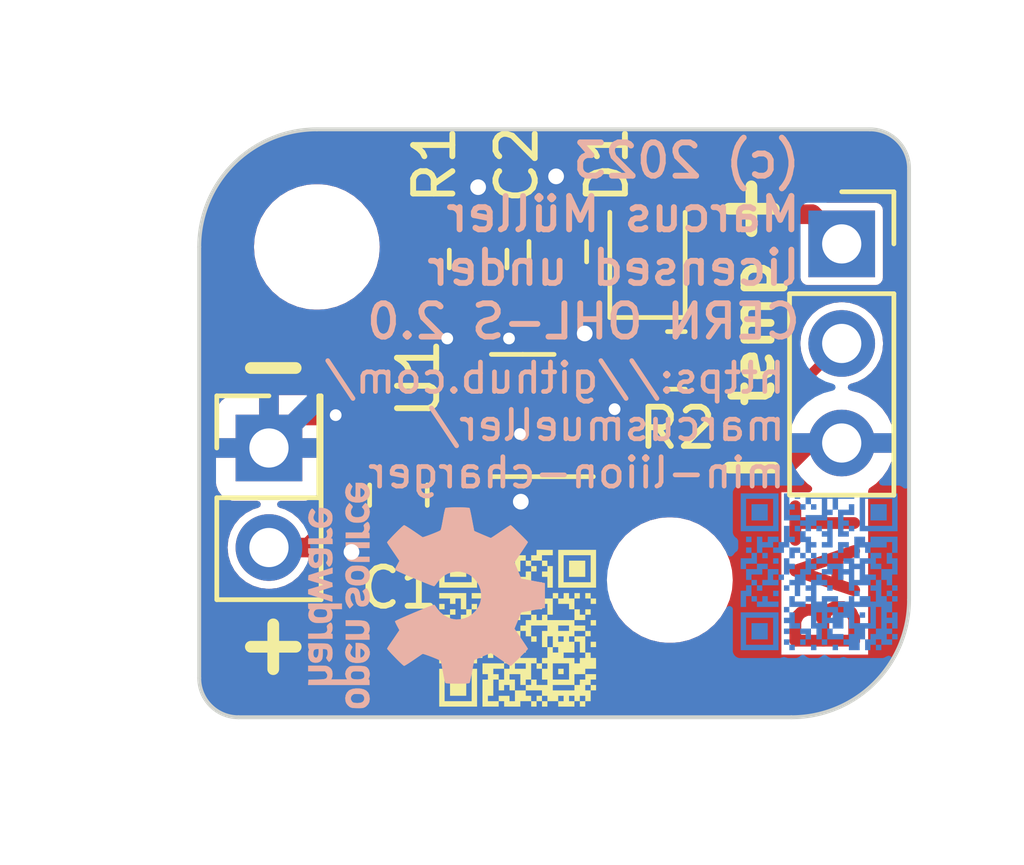
<source format=kicad_pcb>
(kicad_pcb (version 20221018) (generator pcbnew)
  (layers (0 "F.Cu" signal) (31 "B.Cu" signal) (34 "B.Paste" user) (35 "F.Paste" user) (36 "B.SilkS" user "B.Silkscreen") (37 "F.SilkS" user "F.Silkscreen") (38 "B.Mask" user) (39 "F.Mask" user) (44 "Edge.Cuts" user))
  (net 0 "")
  (net 1 "VCC")
  (net 2 "GND")
  (net 3 "Net-(D1-K)")
  (net 4 "/Temp_sensor")
  (net 5 "Net-(U1-Iset)")
  (net 6 "Net-(U1-~{Chg})")
  (net 7 "/Bat+")
  (footprint "Capacitor_SMD:C_0805_2012Metric" (layer "F.Cu") (at 132.08 88.834 -90)
    (fp_text reference "C1" (at 2.366 -0.02 -180) (layer "F.SilkS"))
    (fp_text value "1uF")
    (pad "1" smd roundrect (at -0.95 0 270) (size 1 1.45) (layers "F.Cu" "F.Paste" "F.Mask") (net 1 "VCC"))
    (pad "2" smd roundrect (at 0.95 0 270) (size 1 1.45) (layers "F.Cu" "F.Paste" "F.Mask") (net 2 "GND"))
  )
  (footprint "Capacitor_SMD:C_0805_2012Metric" (layer "F.Cu") (at 136.144 82.621 90)
    (fp_text reference "C2" (at 2.221 -1.044 90) (layer "F.SilkS"))
    (fp_text value "1uF")
    (pad "1" smd roundrect (at -0.95 0 90) (size 1 1.45) (layers "F.Cu" "F.Paste" "F.Mask") (net 7 "/Bat+"))
    (pad "2" smd roundrect (at 0.95 0 90) (size 1 1.45) (layers "F.Cu" "F.Paste" "F.Mask") (net 2 "GND"))
  )
  (footprint "LED_SMD:LED_0805_2012Metric" (layer "F.Cu") (at 138.43 82.616 90)
    (fp_text reference "D1" (at 2.216 -1.03 270) (layer "F.SilkS"))
    (fp_text value "LED")
    (pad "1" smd roundrect (at -0.9375 0 90) (size 0.975 1.4) (layers "F.Cu" "F.Paste" "F.Mask") (net 3 "Net-(D1-K)"))
    (pad "2" smd roundrect (at 0.9375 0 90) (size 0.975 1.4) (layers "F.Cu" "F.Paste" "F.Mask") (net 7 "/Bat+"))
  )
  (footprint "Connector_PinSocket_2.54mm:PinSocket_1x03_P2.54mm_Vertical" (layer "F.Cu") (at 143.383 82.423)
    (fp_text reference "J2" hide)
    (fp_text value "Conn_01x03")
    (pad "1" thru_hole rect (at 0 0) (size 1.7 1.7) (drill 1) (layers "*.Cu" "*.Mask") (net 7 "/Bat+"))
    (pad "2" thru_hole oval (at 0 2.54) (size 1.7 1.7) (drill 1) (layers "*.Cu" "*.Mask") (net 4 "/Temp_sensor"))
    (pad "3" thru_hole oval (at 0 5.08) (size 1.7 1.7) (drill 1) (layers "*.Cu" "*.Mask") (net 2 "GND"))
  )
  (footprint "MountingHole:MountingHole_2.7mm_M2.5" (layer "F.Cu") (at 130 82.5)
    (fp_text reference "H2" hide)
    (fp_text value "MountingHole")
    (pad "" np_thru_hole circle (at 0 0) (size 2.7 2.7) (drill 2.7) (layers "*.Cu" "*.Mask"))
  )
  (footprint "MountingHole:MountingHole_2.7mm_M2.5" (layer "F.Cu") (at 139 91)
    (fp_text reference "H1" hide)
    (fp_text value "MountingHole")
    (pad "" np_thru_hole circle (at 0 0) (size 2.7 2.7) (drill 2.7) (layers "*.Cu" "*.Mask"))
  )
  (footprint "Resistor_SMD:R_0805_2012Metric" (layer "F.Cu") (at 139.1666 85.3948)
    (fp_text reference "R2" (at 0.0254 1.7272 180) (layer "F.SilkS"))
    (fp_text value "1.5k")
    (pad "1" smd roundrect (at -0.9125 0) (size 1.025 1.4) (layers "F.Cu" "F.Paste" "F.Mask") (roundrect_rratio 0.243902439) (net 6 "Net-(U1-~{Chg})"))
    (pad "2" smd roundrect (at 0.9125 0) (size 1.025 1.4) (layers "F.Cu" "F.Paste" "F.Mask") (roundrect_rratio 0.243902439) (net 3 "Net-(D1-K)"))
  )
  (footprint "Resistor_SMD:R_0805_2012Metric" (layer "F.Cu") (at 134.112 82.809 -90)
    (fp_text reference "R1" (at -2.409 1.112 -90) (layer "F.SilkS"))
    (fp_text value "1k")
    (pad "1" smd roundrect (at -0.9125 0 270) (size 1.025 1.4) (layers "F.Cu" "F.Paste" "F.Mask") (roundrect_rratio 0.243902439) (net 2 "GND"))
    (pad "2" smd roundrect (at 0.9125 0 270) (size 1.025 1.4) (layers "F.Cu" "F.Paste" "F.Mask") (roundrect_rratio 0.243902439) (net 5 "Net-(U1-Iset)"))
  )
  (footprint "QR:QR code" (layer "F.Cu") (at 133.13046 90.221624)
    (fp_text reference "qrcode1" hide)
    (fp_text value "SYM_Arrow_Small")
  )
  (footprint "Connector_PinSocket_2.54mm:PinSocket_2x01_P2.54mm_Vertical" (layer "F.Cu") (at 128.778 87.63 90)
    (fp_text reference "J1" hide)
    (fp_text value "Conn_01x02")
    (pad "1" thru_hole rect (at 0 0 90) (size 1.7 1.7) (drill 1) (layers "*.Cu" "*.Mask") (net 2 "GND"))
    (pad "2" thru_hole oval (at -2.54 0 90) (size 1.7 1.7) (drill 1) (layers "*.Cu" "*.Mask") (net 1 "VCC"))
  )
  (footprint "QR:qr-copper" (layer "F.Cu") (at 133.13046 90.221624)
    (fp_text reference "qrcode-copper-top1" hide)
    (fp_text value "SYM_Arrow_Small")
    (fp_poly (pts (xy 0.127 1.524) (xy -0.010919 1.524) (xy -0.010919 1.386081) (xy 0.127 1.386081)) (fill solid) (layer "F.Cu"))
    (fp_poly (pts (xy 0.402839 1.66192) (xy 0.26492 1.66192) (xy 0.26492 1.524) (xy 0.402839 1.524)) (fill solid) (layer "F.Cu"))
    (fp_poly (pts (xy 0.402839 1.937759) (xy 0.26492 1.937759) (xy 0.26492 1.799839) (xy 0.402839 1.799839)) (fill solid) (layer "F.Cu"))
    (fp_poly (pts (xy 0.678745 0.696416) (xy 0.26492 0.696416) (xy 0.26492 0.282591) (xy 0.678745 0.282591)) (fill solid) (layer "F.Cu"))
    (fp_poly (pts (xy 0.954584 2.075678) (xy 0.816665 2.075678) (xy 0.816665 1.937759) (xy 0.954584 1.937759)) (fill solid) (layer "F.Cu"))
    (fp_poly (pts (xy 0.954584 2.903262) (xy 0.816665 2.903262) (xy 0.816665 2.765342) (xy 0.954584 2.765342)) (fill solid) (layer "F.Cu"))
    (fp_poly (pts (xy 1.230423 0.282591) (xy 1.092504 0.282591) (xy 1.092504 0.144671) (xy 1.230423 0.144671)) (fill solid) (layer "F.Cu"))
    (fp_poly (pts (xy 1.644249 0.696416) (xy 1.506329 0.696416) (xy 1.506329 0.55843) (xy 1.644249 0.55843)) (fill solid) (layer "F.Cu"))
    (fp_poly (pts (xy 1.644249 2.489503) (xy 1.506329 2.489503) (xy 1.506329 2.351584) (xy 1.644249 2.351584)) (fill solid) (layer "F.Cu"))
    (fp_poly (pts (xy 1.782168 0.972255) (xy 1.644249 0.972255) (xy 1.644249 0.834336) (xy 1.782168 0.834336)) (fill solid) (layer "F.Cu"))
    (fp_poly (pts (xy 2.195994 1.110175) (xy 2.058007 1.110175) (xy 2.058007 0.972255) (xy 2.195994 0.972255)) (fill solid) (layer "F.Cu"))
    (fp_poly (pts (xy 2.471832 0.55843) (xy 2.333913 0.55843) (xy 2.333913 0.42051) (xy 2.471832 0.42051)) (fill solid) (layer "F.Cu"))
    (fp_poly (pts (xy 2.471832 1.248094) (xy 2.333913 1.248094) (xy 2.333913 1.110175) (xy 2.471832 1.110175)) (fill solid) (layer "F.Cu"))
    (fp_poly (pts (xy 2.471832 2.351584) (xy 2.333913 2.351584) (xy 2.333913 2.213665) (xy 2.471832 2.213665)) (fill solid) (layer "F.Cu"))
    (fp_poly (pts (xy 2.471832 4.006752) (xy 2.333913 4.006752) (xy 2.333913 3.868833) (xy 2.471832 3.868833)) (fill solid) (layer "F.Cu"))
    (fp_poly (pts (xy 2.609752 0.972255) (xy 2.471832 0.972255) (xy 2.471832 0.834336) (xy 2.609752 0.834336)) (fill solid) (layer "F.Cu"))
    (fp_poly (pts (xy 2.609752 3.041249) (xy 2.471832 3.041249) (xy 2.471832 2.903262) (xy 2.609752 2.903262)) (fill solid) (layer "F.Cu"))
    (fp_poly (pts (xy 2.609752 3.868833) (xy 2.471833 3.868833) (xy 2.471833 3.730913) (xy 2.609752 3.730913)) (fill solid) (layer "F.Cu"))
    (fp_poly (pts (xy 2.747671 0.42051) (xy 2.609752 0.42051) (xy 2.609752 0.282591) (xy 2.747671 0.282591)) (fill solid) (layer "F.Cu"))
    (fp_poly (pts (xy 2.747671 4.006752) (xy 2.609752 4.006752) (xy 2.609752 3.868833) (xy 2.747671 3.868833)) (fill solid) (layer "F.Cu"))
    (fp_poly (pts (xy 3.023578 1.248094) (xy 2.885591 1.248094) (xy 2.885591 1.110175) (xy 3.023578 1.110175)) (fill solid) (layer "F.Cu"))
    (fp_poly (pts (xy 3.161497 3.179168) (xy 3.023578 3.179168) (xy 3.023578 3.041249) (xy 3.161497 3.041249)) (fill solid) (layer "F.Cu"))
    (fp_poly (pts (xy 3.575255 1.248094) (xy 3.437336 1.248094) (xy 3.437336 1.110175) (xy 3.575255 1.110175)) (fill solid) (layer "F.Cu"))
    (fp_poly (pts (xy 3.713242 0.696416) (xy 3.299416 0.696416) (xy 3.299416 0.282591) (xy 3.713242 0.282591)) (fill solid) (layer "F.Cu"))
    (fp_poly (pts (xy 3.713242 4.006752) (xy 3.575255 4.006752) (xy 3.575255 3.868833) (xy 3.713242 3.868833)) (fill solid) (layer "F.Cu"))
    (fp_poly (pts (xy 3.851162 1.248094) (xy 3.713242 1.248094) (xy 3.713242 1.110175) (xy 3.851162 1.110175)) (fill solid) (layer "F.Cu"))
    (fp_poly (pts (xy 3.851162 2.213665) (xy 3.713242 2.213665) (xy 3.713242 2.075678) (xy 3.851162 2.075678)) (fill solid) (layer "F.Cu"))
    (fp_poly (pts (xy 3.989081 1.386081) (xy 3.851162 1.386081) (xy 3.851162 1.248094) (xy 3.989081 1.248094)) (fill solid) (layer "F.Cu"))
    (fp_poly (pts (xy 3.989081 1.937759) (xy 3.851162 1.937759) (xy 3.851162 1.799839) (xy 3.989081 1.799839)) (fill solid) (layer "F.Cu"))
    (fp_poly (pts (xy 3.989081 2.489503) (xy 3.851162 2.489503) (xy 3.851162 2.351584) (xy 3.989081 2.351584)) (fill solid) (layer "F.Cu"))
    (fp_poly (pts (xy 3.989081 3.592926) (xy 3.851162 3.592926) (xy 3.851162 3.455007) (xy 3.989081 3.455007)) (fill solid) (layer "F.Cu"))
    (fp_poly (pts (xy 0.678745 3.730913) (xy 0.26492 3.730913) (xy 0.26492 3.317088) (xy 0.402839 3.317087) (xy 0.678745 3.317087)) (fill solid) (layer "F.Cu"))
    (fp_poly (pts (xy 1.506329 2.627423) (xy 1.36841 2.627423) (xy 1.36841 2.765342) (xy 1.230423 2.765342) (xy 1.230423 2.489503) (xy 1.506329 2.489503)) (fill solid) (layer "F.Cu"))
    (fp_poly (pts (xy 2.058007 1.248094) (xy 1.920088 1.248094) (xy 1.920088 1.386081) (xy 1.782168 1.386081) (xy 1.782168 1.248094) (xy 1.644249 1.248094) (xy 1.644249 1.110175) (xy 2.058007 1.110175)) (fill solid) (layer "F.Cu"))
    (fp_poly (pts (xy 2.885591 0.144671) (xy 2.609752 0.144671) (xy 2.609752 0.282591) (xy 2.333913 0.282591) (xy 2.333913 0.144671) (xy 2.471833 0.144671) (xy 2.471833 0.006752) (xy 2.885591 0.006752)) (fill solid) (layer "F.Cu"))
    (fp_poly (pts (xy 2.885591 0.972255) (xy 2.747671 0.972255) (xy 2.747671 0.696416) (xy 2.609752 0.696416) (xy 2.609752 0.55843) (xy 2.747671 0.55843) (xy 2.747671 0.42051) (xy 2.885591 0.42051)) (fill solid) (layer "F.Cu"))
    (fp_poly (pts (xy 0.678745 1.524) (xy 0.540759 1.524) (xy 0.540759 1.248094) (xy 0.402839 1.248094) (xy 0.402839 1.386081) (xy 0.26492 1.386081) (xy 0.26492 1.248094) (xy -0.010919 1.248094) (xy -0.010919 1.110175) (xy 0.678745 1.110175)) (fill solid) (layer "F.Cu"))
    (fp_poly (pts (xy 1.092504 2.213665) (xy 1.230423 2.213665) (xy 1.230423 2.075678) (xy 1.36841 2.075678) (xy 1.36841 2.351584) (xy 0.678745 2.351584) (xy 0.678745 2.213665) (xy 0.954584 2.213665) (xy 0.954584 2.075678) (xy 1.092504 2.075678)) (fill solid) (layer "F.Cu"))
    (fp_poly (pts (xy 2.333913 0.972255) (xy 2.195994 0.972255) (xy 2.195994 0.834336) (xy 2.058007 0.834336) (xy 2.058007 0.972255) (xy 1.920088 0.972255) (xy 1.920088 0.696416) (xy 2.195994 0.696416) (xy 2.195994 0.55843) (xy 2.333913 0.55843)) (fill solid) (layer "F.Cu"))
    (fp_poly (pts (xy 3.299416 1.248094) (xy 3.437336 1.248094) (xy 3.437336 1.524) (xy 3.299417 1.524) (xy 3.299417 1.386081) (xy 3.023578 1.386081) (xy 3.023578 1.248094) (xy 3.161497 1.248094) (xy 3.161497 1.110175) (xy 3.299416 1.110175)) (fill solid) (layer "F.Cu"))
    (fp_poly (pts (xy 3.575255 1.66192) (xy 3.713242 1.66192) (xy 3.713242 1.524) (xy 3.851162 1.524) (xy 3.851162 1.66192) (xy 3.713242 1.66192) (xy 3.713242 1.799839) (xy 3.437336 1.799839) (xy 3.437336 1.524) (xy 3.575255 1.524)) (fill solid) (layer "F.Cu"))
    (fp_poly (pts (xy 0.954584 0.972255) (xy -0.010919 0.972255) (xy -0.010919 0.144671) (xy 0.127 0.144671) (xy 0.127 0.834336) (xy 0.816665 0.834336) (xy 0.816665 0.144671) (xy 0.127 0.144671) (xy -0.010919 0.144671) (xy -0.010919 0.006752) (xy 0.954584 0.006752)) (fill solid) (layer "F.Cu"))
    (fp_poly (pts (xy 0.954584 4.006752) (xy -0.010919 4.006752) (xy -0.010919 3.179168) (xy 0.127 3.179168) (xy 0.127 3.868833) (xy 0.816665 3.868833) (xy 0.816665 3.179168) (xy 0.127 3.179168) (xy -0.010919 3.179168) (xy -0.010919 3.041249) (xy 0.954584 3.041249)) (fill solid) (layer "F.Cu"))
    (fp_poly (pts (xy 3.989081 0.972255) (xy 3.023578 0.972255) (xy 3.023578 0.144671) (xy 3.161497 0.144671) (xy 3.161497 0.834336) (xy 3.851162 0.834336) (xy 3.851162 0.144671) (xy 3.161497 0.144671) (xy 3.023578 0.144671) (xy 3.023578 0.006752) (xy 3.989081 0.006752)) (fill solid) (layer "F.Cu"))
    (fp_poly (pts (xy 1.092504 2.765342) (xy 0.954584 2.765342) (xy 0.954584 2.627423) (xy 0.816665 2.627423) (xy 0.816665 2.765342) (xy 0.678745 2.765342) (xy 0.678745 2.627423) (xy 0.540759 2.627423) (xy 0.540759 2.903262) (xy 0.26492 2.903262) (xy 0.26492 2.765342) (xy 0.402839 2.765342) (xy 0.402839 2.489504) (xy 1.092504 2.489504)) (fill solid) (layer "F.Cu"))
    (fp_poly (pts (xy 1.506329 1.110175) (xy 1.36841 1.110175) (xy 1.36841 1.248094) (xy 1.230423 1.248094) (xy 1.230423 1.386081) (xy 1.092504 1.386081) (xy 1.092504 1.248094) (xy 0.816665 1.248094) (xy 0.816665 1.110175) (xy 1.230423 1.110175) (xy 1.230423 0.972255) (xy 1.36841 0.972255) (xy 1.36841 0.834336) (xy 1.506329 0.834336)) (fill solid) (layer "F.Cu"))
    (fp_poly (pts (xy 1.920088 0.144671) (xy 2.195994 0.144671) (xy 2.195994 0.282591) (xy 2.333913 0.282591) (xy 2.333913 0.42051) (xy 2.195994 0.42051) (xy 2.195994 0.282591) (xy 2.058007 0.282591) (xy 2.058007 0.55843) (xy 1.920088 0.55843) (xy 1.920088 0.696416) (xy 1.782168 0.696416) (xy 1.782168 0.42051) (xy 1.506329 0.42051) (xy 1.506329 0.55843) (xy 1.36841 0.55843) (xy 1.36841 0.834336) (xy 1.230423 0.834336) (xy 1.230423 0.972255) (xy 1.092504 0.972255) (xy 1.092504 0.696416) (xy 1.230423 0.696416) (xy 1.230423 0.55843) (xy 1.092504 0.55843) (xy 1.092504 0.42051) (xy 1.506329 0.42051) (xy 1.506329 0.282591) (xy 1.36841 0.282591) (xy 1.36841 0.144671) (xy 1.506329 0.144671) (xy 1.506329 0.282591) (xy 1.644249 0.282591) (xy 1.644249 0.144671) (xy 1.782168 0.144671) (xy 1.782168 0.42051) (xy 1.920088 0.42051) (xy 1.920088 0.144671) (xy 1.782168 0.144671) (xy 1.644249 0.144671) (xy 1.644249 0.006752) (xy 1.920088 0.006752)) (fill solid) (layer "F.Cu"))
    (fp_poly (pts (xy 1.644249 1.386081) (xy 1.506329 1.386081) (xy 1.506329 1.524) (xy 1.644249 1.524) (xy 1.644249 1.66192) (xy 1.920088 1.66192) (xy 1.920088 1.524) (xy 2.058007 1.524) (xy 2.058007 1.386081) (xy 2.195994 1.386081) (xy 2.195994 1.248094) (xy 2.333913 1.248094) (xy 2.333913 1.386081) (xy 2.609752 1.386081) (xy 2.609752 1.248094) (xy 2.885591 1.248094) (xy 2.885591 1.66192) (xy 2.747671 1.66192) (xy 2.747671 1.799839) (xy 3.437336 1.799839) (xy 3.437336 1.937759) (xy 3.713242 1.937759) (xy 3.713242 2.075678) (xy 3.437336 2.075678) (xy 3.437336 2.213665) (xy 3.299416 2.213665) (xy 3.299416 2.351584) (xy 3.437336 2.351584) (xy 3.437336 2.213665) (xy 3.713242 2.213665) (xy 3.713242 2.627423) (xy 3.851162 2.627423) (xy 3.851162 2.765342) (xy 3.989081 2.765342) (xy 3.989081 3.041249) (xy 3.713242 3.041249) (xy 3.713242 3.179168) (xy 3.437336 3.179168) (xy 3.437336 3.455007) (xy 3.575255 3.455007) (xy 3.575255 3.317087) (xy 3.713242 3.317087) (xy 3.713242 3.179168) (xy 3.989081 3.179168) (xy 3.989081 3.317088) (xy 3.851162 3.317088) (xy 3.851162 3.455007) (xy 3.713242 3.455007) (xy 3.713242 3.592926) (xy 3.851162 3.592926) (xy 3.851162 3.868833) (xy 3.713242 3.868833) (xy 3.713242 3.730913) (xy 3.575255 3.730913) (xy 3.575255 3.868833) (xy 3.437336 3.868833) (xy 3.437336 4.006752) (xy 3.023578 4.006752) (xy 3.023578 3.868833) (xy 2.747672 3.868833) (xy 2.747672 3.730913) (xy 3.023578 3.730913) (xy 3.023578 3.868833) (xy 3.161497 3.868833) (xy 3.161497 3.730913) (xy 3.299416 3.730913) (xy 3.299416 3.868833) (xy 3.437336 3.868833) (xy 3.437336 3.730913) (xy 3.299416 3.730913) (xy 3.161497 3.730913) (xy 3.023578 3.730913) (xy 2.747672 3.730913) (xy 2.609752 3.730913) (xy 2.609752 3.592926) (xy 2.195994 3.592926) (xy 2.195994 3.730913) (xy 2.333913 3.730913) (xy 2.333913 3.868833) (xy 2.195994 3.868833) (xy 2.058007 3.868833) (xy 2.058007 4.006752) (xy 1.644249 4.006752) (xy 1.644249 3.868833) (xy 1.506329 3.868833) (xy 1.506329 3.730913) (xy 1.782168 3.730913) (xy 1.782168 3.868833) (xy 1.920088 3.868833) (xy 1.920088 3.592926) (xy 1.782168 3.592926) (xy 1.782168 3.455007) (xy 1.644249 3.455007) (xy 1.644249 3.592926) (xy 1.506329 3.592926) (xy 1.506329 3.317088) (xy 1.644249 3.317088) (xy 1.644249 3.179168) (xy 1.782168 3.179168) (xy 1.782168 3.317087) (xy 1.920088 3.317087) (xy 1.920088 3.592926) (xy 2.195994 3.592926) (xy 2.195994 3.455007) (xy 2.058007 3.455007) (xy 2.058007 3.179168) (xy 1.782168 3.179168) (xy 1.644249 3.179168) (xy 1.644249 3.041249) (xy 1.36841 3.041249) (xy 1.36841 3.179168) (xy 1.506329 3.179168) (xy 1.506329 3.317087) (xy 1.36841 3.317087) (xy 1.36841 3.730913) (xy 1.230423 3.730913) (xy 1.230423 3.868833) (xy 1.506329 3.868833) (xy 1.506329 4.006752) (xy 1.092504 4.006752) (xy 1.092504 3.317087) (xy 1.230423 3.317087) (xy 1.230423 3.179168) (xy 1.092504 3.179168) (xy 1.092504 2.903262) (xy 1.644249 2.903262) (xy 1.644249 3.041249) (xy 1.782168 3.041249) (xy 1.782168 2.903262) (xy 1.920088 2.903262) (xy 1.920088 3.041249) (xy 2.195994 3.041249) (xy 2.195994 2.903262) (xy 1.920088 2.903262) (xy 1.782168 2.903262) (xy 1.644249 2.903262) (xy 1.644249 2.627423) (xy 1.782168 2.627423) (xy 1.782168 2.765342) (xy 1.920088 2.765342) (xy 1.920088 2.627423) (xy 1.782168 2.627423) (xy 1.644249 2.627423) (xy 1.782168 2.627423) (xy 1.782168 2.489504) (xy 1.920088 2.489504) (xy 2.195994 2.489504) (xy 2.195994 2.627423) (xy 2.058007 2.627423) (xy 2.058007 2.765342) (xy 2.471832 2.765342) (xy 2.471832 2.903262) (xy 2.333913 2.903262) (xy 2.333913 3.317087) (xy 2.195994 3.317087) (xy 2.195994 3.455007) (xy 2.333913 3.455007) (xy 2.333913 3.317088) (xy 2.471833 3.317088) (xy 2.471833 3.455007) (xy 2.747671 3.455007) (xy 2.885591 3.455007) (xy 2.885591 3.592926) (xy 3.437336 3.592926) (xy 3.437336 3.455007) (xy 2.885591 3.455007) (xy 2.747671 3.455007) (xy 2.747671 3.317088) (xy 2.609752 3.317088) (xy 2.609752 3.041249) (xy 2.747671 3.041249) (xy 2.747671 2.903262) (xy 2.885591 2.903262) (xy 2.885591 3.317087) (xy 3.299416 3.317087) (xy 3.299416 2.903262) (xy 2.885591 2.903262) (xy 2.747671 2.903262) (xy 2.609752 2.903262) (xy 2.609752 2.765342) (xy 2.747671 2.765342) (xy 3.161497 2.765342) (xy 3.437336 2.765342) (xy 3.437336 2.903262) (xy 3.575255 2.903262) (xy 3.575255 2.765342) (xy 3.713242 2.765342) (xy 3.713242 2.627423) (xy 3.575255 2.627423) (xy 3.575255 2.351584) (xy 3.437336 2.351584) (xy 3.437336 2.627423) (xy 3.161497 2.627423) (xy 3.161497 2.765342) (xy 2.747671 2.765342) (xy 2.747671 2.489504) (xy 2.609752 2.489504) (xy 2.609752 2.213665) (xy 2.747671 2.213665) (xy 2.747671 2.489504) (xy 2.885591 2.489504) (xy 2.885591 2.627423) (xy 3.023578 2.627423) (xy 3.023578 2.489504) (xy 2.885591 2.489504) (xy 2.885591 2.213665) (xy 3.023578 2.213665) (xy 3.023578 2.351584) (xy 3.161497 2.351584) (xy 3.161497 2.213665) (xy 3.023578 2.213665) (xy 2.885591 2.213665) (xy 2.747671 2.213665) (xy 2.609752 2.213665) (xy 2.609752 2.075678) (xy 2.747671 2.075678) (xy 2.747671 1.937759) (xy 3.023578 1.937759) (xy 3.023578 2.075678) (xy 3.299416 2.075678) (xy 3.299416 1.937759) (xy 3.023578 1.937759) (xy 2.747671 1.937759) (xy 2.333913 1.937759) (xy 2.333913 2.213665) (xy 2.195994 2.213665) (xy 2.195994 2.075678) (xy 2.058007 2.075678) (xy 2.058007 2.351584) (xy 1.920088 2.351584) (xy 1.920088 2.489504) (xy 1.782168 2.489504) (xy 1.782168 2.213665) (xy 1.920088 2.213665) (xy 1.920088 2.075678) (xy 2.058007 2.075678) (xy 2.058007 1.937759) (xy 2.195994 1.937759) (xy 2.195994 1.799839) (xy 2.333913 1.799839) (xy 2.333913 1.66192) (xy 2.471833 1.66192) (xy 2.471833 1.799839) (xy 2.609752 1.799839) (xy 2.609752 1.66192) (xy 2.747671 1.66192) (xy 2.747671 1.386081) (xy 2.609752 1.386081) (xy 2.609752 1.524) (xy 2.333913 1.524) (xy 2.333913 1.66192) (xy 2.058007 1.66192) (xy 2.058007 1.799839) (xy 1.920088 1.799839) (xy 1.920088 1.937759) (xy 1.782168 1.937759) (xy 1.782168 2.213665) (xy 1.506329 2.213665) (xy 1.506329 2.075678) (xy 1.644249 2.075678) (xy 1.644249 1.937759) (xy 1.506329 1.937759) (xy 1.506329 1.799839) (xy 1.644249 1.799839) (xy 1.644249 1.937759) (xy 1.782168 1.937759) (xy 1.782168 1.799839) (xy 1.644249 1.799839) (xy 1.506329 1.799839) (xy 1.36841 1.799839) (xy 1.36841 1.937759) (xy 1.230423 1.937759) (xy 1.230423 1.799839) (xy 1.092504 1.799839) (xy 1.092504 1.66192) (xy 1.506329 1.66192) (xy 1.506329 1.799839) (xy 1.644249 1.799839) (xy 1.644249 1.66192) (xy 1.506329 1.66192) (xy 1.092504 1.66192) (xy 0.954584 1.66192) (xy 0.954584 1.799839) (xy 0.816665 1.799839) (xy 0.816665 1.937759) (xy 0.678745 1.937759) (xy 0.678745 2.213665) (xy 0.540759 2.213665) (xy 0.540759 2.351584) (xy 0.402839 2.351584) (xy 0.402839 2.489504) (xy 0.127 2.489504) (xy 0.127 2.903262) (xy -0.010919 2.903262) (xy -0.010919 2.213665) (xy 0.127 2.213665) (xy 0.127 2.351584) (xy 0.402839 2.351584) (xy 0.402839 2.213665) (xy 0.127 2.213665) (xy -0.010919 2.213665) (xy -0.010919 1.66192) (xy 0.26492 1.66192) (xy 0.26492 1.799839) (xy 0.127 1.799839) (xy 0.127 2.075678) (xy 0.540759 2.075678) (xy 0.540759 1.66192) (xy 0.678745 1.66192) (xy 0.678745 1.524) (xy 0.816665 1.524) (xy 0.816665 1.386081) (xy 0.954584 1.386081) (xy 0.954584 1.524) (xy 0.816665 1.524) (xy 0.816665 1.66192) (xy 0.954584 1.66192) (xy 0.954584 1.524) (xy 1.230423 1.524) (xy 1.230423 1.66192) (xy 1.506329 1.66192) (xy 1.506329 1.524) (xy 1.36841 1.524) (xy 1.36841 1.248094) (xy 1.644249 1.248094)) (fill solid) (layer "F.Cu"))
  )
  (footprint "Package_TO_SOT_SMD:SOT-23-6" (layer "F.Cu") (at 135.2495 86.802 180)
    (fp_text reference "U1" (at 2.6615 0.95 90) (layer "F.SilkS"))
    (fp_text value "bq21040")
    (pad "1" smd roundrect (at -1.1375 -0.95 180) (size 1.325 0.6) (layers "F.Cu" "F.Paste" "F.Mask") (net 4 "/Temp_sensor"))
    (pad "2" smd roundrect (at -1.1375 0 180) (size 1.325 0.6) (layers "F.Cu" "F.Paste" "F.Mask") (net 7 "/Bat+"))
    (pad "3" smd roundrect (at -1.1375 0.95 180) (size 1.325 0.6) (layers "F.Cu" "F.Paste" "F.Mask") (net 6 "Net-(U1-~{Chg})"))
    (pad "4" smd roundrect (at 1.1375 0.95 180) (size 1.325 0.6) (layers "F.Cu" "F.Paste" "F.Mask") (net 5 "Net-(U1-Iset)"))
    (pad "5" smd roundrect (at 1.1375 0 180) (size 1.325 0.6) (layers "F.Cu" "F.Paste" "F.Mask") (net 2 "GND"))
    (pad "6" smd roundrect (at 1.1375 -0.95 180) (size 1.325 0.6) (layers "F.Cu" "F.Paste" "F.Mask") (net 1 "VCC"))
  )
  (footprint "QR:qr-copper" (layer "B.Cu") (at 140.8 88.8 -90)
    (fp_text reference "qrcode-copper-bottom1" hide)
    (fp_text value "SYM_Arrow_Small")
    (fp_poly (pts (xy 0.127 -1.524) (xy -0.010919 -1.524) (xy -0.010919 -1.386081) (xy 0.127 -1.386081)) (fill solid) (layer "B.Cu"))
    (fp_poly (pts (xy 0.402839 -1.937759) (xy 0.26492 -1.937759) (xy 0.26492 -1.799839) (xy 0.402839 -1.799839)) (fill solid) (layer "B.Cu"))
    (fp_poly (pts (xy 0.402839 -1.66192) (xy 0.26492 -1.66192) (xy 0.26492 -1.524) (xy 0.402839 -1.524)) (fill solid) (layer "B.Cu"))
    (fp_poly (pts (xy 0.678745 -0.696416) (xy 0.26492 -0.696416) (xy 0.26492 -0.282591) (xy 0.678745 -0.282591)) (fill solid) (layer "B.Cu"))
    (fp_poly (pts (xy 0.954584 -2.903262) (xy 0.816665 -2.903262) (xy 0.816665 -2.765342) (xy 0.954584 -2.765342)) (fill solid) (layer "B.Cu"))
    (fp_poly (pts (xy 0.954584 -2.075678) (xy 0.816665 -2.075678) (xy 0.816665 -1.937759) (xy 0.954584 -1.937759)) (fill solid) (layer "B.Cu"))
    (fp_poly (pts (xy 1.230423 -0.282591) (xy 1.092504 -0.282591) (xy 1.092504 -0.144671) (xy 1.230423 -0.144671)) (fill solid) (layer "B.Cu"))
    (fp_poly (pts (xy 1.644249 -2.489503) (xy 1.506329 -2.489503) (xy 1.506329 -2.351584) (xy 1.644249 -2.351584)) (fill solid) (layer "B.Cu"))
    (fp_poly (pts (xy 1.644249 -0.696416) (xy 1.506329 -0.696416) (xy 1.506329 -0.55843) (xy 1.644249 -0.55843)) (fill solid) (layer "B.Cu"))
    (fp_poly (pts (xy 1.782168 -0.972255) (xy 1.644249 -0.972255) (xy 1.644249 -0.834336) (xy 1.782168 -0.834336)) (fill solid) (layer "B.Cu"))
    (fp_poly (pts (xy 2.195994 -1.110175) (xy 2.058007 -1.110175) (xy 2.058007 -0.972255) (xy 2.195994 -0.972255)) (fill solid) (layer "B.Cu"))
    (fp_poly (pts (xy 2.471832 -4.006752) (xy 2.333913 -4.006752) (xy 2.333913 -3.868833) (xy 2.471832 -3.868833)) (fill solid) (layer "B.Cu"))
    (fp_poly (pts (xy 2.471832 -2.351584) (xy 2.333913 -2.351584) (xy 2.333913 -2.213665) (xy 2.471832 -2.213665)) (fill solid) (layer "B.Cu"))
    (fp_poly (pts (xy 2.471832 -1.248094) (xy 2.333913 -1.248094) (xy 2.333913 -1.110175) (xy 2.471832 -1.110175)) (fill solid) (layer "B.Cu"))
    (fp_poly (pts (xy 2.471832 -0.55843) (xy 2.333913 -0.55843) (xy 2.333913 -0.42051) (xy 2.471832 -0.42051)) (fill solid) (layer "B.Cu"))
    (fp_poly (pts (xy 2.609752 -3.868833) (xy 2.471833 -3.868833) (xy 2.471833 -3.730913) (xy 2.609752 -3.730913)) (fill solid) (layer "B.Cu"))
    (fp_poly (pts (xy 2.609752 -3.041249) (xy 2.471832 -3.041249) (xy 2.471832 -2.903262) (xy 2.609752 -2.903262)) (fill solid) (layer "B.Cu"))
    (fp_poly (pts (xy 2.609752 -0.972255) (xy 2.471832 -0.972255) (xy 2.471832 -0.834336) (xy 2.609752 -0.834336)) (fill solid) (layer "B.Cu"))
    (fp_poly (pts (xy 2.747671 -4.006752) (xy 2.609752 -4.006752) (xy 2.609752 -3.868833) (xy 2.747671 -3.868833)) (fill solid) (layer "B.Cu"))
    (fp_poly (pts (xy 2.747671 -0.42051) (xy 2.609752 -0.42051) (xy 2.609752 -0.282591) (xy 2.747671 -0.282591)) (fill solid) (layer "B.Cu"))
    (fp_poly (pts (xy 3.023578 -1.248094) (xy 2.885591 -1.248094) (xy 2.885591 -1.110175) (xy 3.023578 -1.110175)) (fill solid) (layer "B.Cu"))
    (fp_poly (pts (xy 3.161497 -3.179168) (xy 3.023578 -3.179168) (xy 3.023578 -3.041249) (xy 3.161497 -3.041249)) (fill solid) (layer "B.Cu"))
    (fp_poly (pts (xy 3.575255 -1.248094) (xy 3.437336 -1.248094) (xy 3.437336 -1.110175) (xy 3.575255 -1.110175)) (fill solid) (layer "B.Cu"))
    (fp_poly (pts (xy 3.713242 -4.006752) (xy 3.575255 -4.006752) (xy 3.575255 -3.868833) (xy 3.713242 -3.868833)) (fill solid) (layer "B.Cu"))
    (fp_poly (pts (xy 3.713242 -0.696416) (xy 3.299416 -0.696416) (xy 3.299416 -0.282591) (xy 3.713242 -0.282591)) (fill solid) (layer "B.Cu"))
    (fp_poly (pts (xy 3.851162 -2.213665) (xy 3.713242 -2.213665) (xy 3.713242 -2.075678) (xy 3.851162 -2.075678)) (fill solid) (layer "B.Cu"))
    (fp_poly (pts (xy 3.851162 -1.248094) (xy 3.713242 -1.248094) (xy 3.713242 -1.110175) (xy 3.851162 -1.110175)) (fill solid) (layer "B.Cu"))
    (fp_poly (pts (xy 3.989081 -3.592926) (xy 3.851162 -3.592926) (xy 3.851162 -3.455007) (xy 3.989081 -3.455007)) (fill solid) (layer "B.Cu"))
    (fp_poly (pts (xy 3.989081 -2.489503) (xy 3.851162 -2.489503) (xy 3.851162 -2.351584) (xy 3.989081 -2.351584)) (fill solid) (layer "B.Cu"))
    (fp_poly (pts (xy 3.989081 -1.937759) (xy 3.851162 -1.937759) (xy 3.851162 -1.799839) (xy 3.989081 -1.799839)) (fill solid) (layer "B.Cu"))
    (fp_poly (pts (xy 3.989081 -1.386081) (xy 3.851162 -1.386081) (xy 3.851162 -1.248094) (xy 3.989081 -1.248094)) (fill solid) (layer "B.Cu"))
    (fp_poly (pts (xy 0.678745 -3.730913) (xy 0.26492 -3.730913) (xy 0.26492 -3.317088) (xy 0.402839 -3.317087) (xy 0.678745 -3.317087)) (fill solid) (layer "B.Cu"))
    (fp_poly (pts (xy 1.506329 -2.627423) (xy 1.36841 -2.627423) (xy 1.36841 -2.765342) (xy 1.230423 -2.765342) (xy 1.230423 -2.489503) (xy 1.506329 -2.489503)) (fill solid) (layer "B.Cu"))
    (fp_poly (pts (xy 2.058007 -1.248094) (xy 1.920088 -1.248094) (xy 1.920088 -1.386081) (xy 1.782168 -1.386081) (xy 1.782168 -1.248094) (xy 1.644249 -1.248094) (xy 1.644249 -1.110175) (xy 2.058007 -1.110175)) (fill solid) (layer "B.Cu"))
    (fp_poly (pts (xy 2.885591 -0.972255) (xy 2.747671 -0.972255) (xy 2.747671 -0.696416) (xy 2.609752 -0.696416) (xy 2.609752 -0.55843) (xy 2.747671 -0.55843) (xy 2.747671 -0.42051) (xy 2.885591 -0.42051)) (fill solid) (layer "B.Cu"))
    (fp_poly (pts (xy 2.885591 -0.144671) (xy 2.609752 -0.144671) (xy 2.609752 -0.282591) (xy 2.333913 -0.282591) (xy 2.333913 -0.144671) (xy 2.471833 -0.144671) (xy 2.471833 -0.006752) (xy 2.885591 -0.006752)) (fill solid) (layer "B.Cu"))
    (fp_poly (pts (xy 0.678745 -1.524) (xy 0.540759 -1.524) (xy 0.540759 -1.248094) (xy 0.402839 -1.248094) (xy 0.402839 -1.386081) (xy 0.26492 -1.386081) (xy 0.26492 -1.248094) (xy -0.010919 -1.248094) (xy -0.010919 -1.110175) (xy 0.678745 -1.110175)) (fill solid) (layer "B.Cu"))
    (fp_poly (pts (xy 1.092504 -2.213665) (xy 1.230423 -2.213665) (xy 1.230423 -2.075678) (xy 1.36841 -2.075678) (xy 1.36841 -2.351584) (xy 0.678745 -2.351584) (xy 0.678745 -2.213665) (xy 0.954584 -2.213665) (xy 0.954584 -2.075678) (xy 1.092504 -2.075678)) (fill solid) (layer "B.Cu"))
    (fp_poly (pts (xy 2.333913 -0.972255) (xy 2.195994 -0.972255) (xy 2.195994 -0.834336) (xy 2.058007 -0.834336) (xy 2.058007 -0.972255) (xy 1.920088 -0.972255) (xy 1.920088 -0.696416) (xy 2.195994 -0.696416) (xy 2.195994 -0.55843) (xy 2.333913 -0.55843)) (fill solid) (layer "B.Cu"))
    (fp_poly (pts (xy 3.299416 -1.248094) (xy 3.437336 -1.248094) (xy 3.437336 -1.524) (xy 3.299417 -1.524) (xy 3.299417 -1.386081) (xy 3.023578 -1.386081) (xy 3.023578 -1.248094) (xy 3.161497 -1.248094) (xy 3.161497 -1.110175) (xy 3.299416 -1.110175)) (fill solid) (layer "B.Cu"))
    (fp_poly (pts (xy 3.575255 -1.66192) (xy 3.713242 -1.66192) (xy 3.713242 -1.524) (xy 3.851162 -1.524) (xy 3.851162 -1.66192) (xy 3.713242 -1.66192) (xy 3.713242 -1.799839) (xy 3.437336 -1.799839) (xy 3.437336 -1.524) (xy 3.575255 -1.524)) (fill solid) (layer "B.Cu"))
    (fp_poly (pts (xy 0.954584 -4.006752) (xy -0.010919 -4.006752) (xy -0.010919 -3.179168) (xy 0.127 -3.179168) (xy 0.127 -3.868833) (xy 0.816665 -3.868833) (xy 0.816665 -3.179168) (xy 0.127 -3.179168) (xy -0.010919 -3.179168) (xy -0.010919 -3.041249) (xy 0.954584 -3.041249)) (fill solid) (layer "B.Cu"))
    (fp_poly (pts (xy 0.954584 -0.972255) (xy -0.010919 -0.972255) (xy -0.010919 -0.144671) (xy 0.127 -0.144671) (xy 0.127 -0.834336) (xy 0.816665 -0.834336) (xy 0.816665 -0.144671) (xy 0.127 -0.144671) (xy -0.010919 -0.144671) (xy -0.010919 -0.006752) (xy 0.954584 -0.006752)) (fill solid) (layer "B.Cu"))
    (fp_poly (pts (xy 3.989081 -0.972255) (xy 3.023578 -0.972255) (xy 3.023578 -0.144671) (xy 3.161497 -0.144671) (xy 3.161497 -0.834336) (xy 3.851162 -0.834336) (xy 3.851162 -0.144671) (xy 3.161497 -0.144671) (xy 3.023578 -0.144671) (xy 3.023578 -0.006752) (xy 3.989081 -0.006752)) (fill solid) (layer "B.Cu"))
    (fp_poly (pts (xy 1.092504 -2.765342) (xy 0.954584 -2.765342) (xy 0.954584 -2.627423) (xy 0.816665 -2.627423) (xy 0.816665 -2.765342) (xy 0.678745 -2.765342) (xy 0.678745 -2.627423) (xy 0.540759 -2.627423) (xy 0.540759 -2.903262) (xy 0.26492 -2.903262) (xy 0.26492 -2.765342) (xy 0.402839 -2.765342) (xy 0.402839 -2.489504) (xy 1.092504 -2.489504)) (fill solid) (layer "B.Cu"))
    (fp_poly (pts (xy 1.506329 -1.110175) (xy 1.36841 -1.110175) (xy 1.36841 -1.248094) (xy 1.230423 -1.248094) (xy 1.230423 -1.386081) (xy 1.092504 -1.386081) (xy 1.092504 -1.248094) (xy 0.816665 -1.248094) (xy 0.816665 -1.110175) (xy 1.230423 -1.110175) (xy 1.230423 -0.972255) (xy 1.36841 -0.972255) (xy 1.36841 -0.834336) (xy 1.506329 -0.834336)) (fill solid) (layer "B.Cu"))
    (fp_poly (pts (xy 1.920088 -0.144671) (xy 2.195994 -0.144671) (xy 2.195994 -0.282591) (xy 2.333913 -0.282591) (xy 2.333913 -0.42051) (xy 2.195994 -0.42051) (xy 2.195994 -0.282591) (xy 2.058007 -0.282591) (xy 2.058007 -0.55843) (xy 1.920088 -0.55843) (xy 1.920088 -0.696416) (xy 1.782168 -0.696416) (xy 1.782168 -0.42051) (xy 1.506329 -0.42051) (xy 1.506329 -0.55843) (xy 1.36841 -0.55843) (xy 1.36841 -0.834336) (xy 1.230423 -0.834336) (xy 1.230423 -0.972255) (xy 1.092504 -0.972255) (xy 1.092504 -0.696416) (xy 1.230423 -0.696416) (xy 1.230423 -0.55843) (xy 1.092504 -0.55843) (xy 1.092504 -0.42051) (xy 1.506329 -0.42051) (xy 1.506329 -0.282591) (xy 1.36841 -0.282591) (xy 1.36841 -0.144671) (xy 1.506329 -0.144671) (xy 1.506329 -0.282591) (xy 1.644249 -0.282591) (xy 1.644249 -0.144671) (xy 1.782168 -0.144671) (xy 1.782168 -0.42051) (xy 1.920088 -0.42051) (xy 1.920088 -0.144671) (xy 1.782168 -0.144671) (xy 1.644249 -0.144671) (xy 1.644249 -0.006752) (xy 1.920088 -0.006752)) (fill solid) (layer "B.Cu"))
    (fp_poly (pts (xy 1.644249 -1.386081) (xy 1.506329 -1.386081) (xy 1.506329 -1.524) (xy 1.644249 -1.524) (xy 1.644249 -1.66192) (xy 1.920088 -1.66192) (xy 1.920088 -1.524) (xy 2.058007 -1.524) (xy 2.058007 -1.386081) (xy 2.195994 -1.386081) (xy 2.195994 -1.248094) (xy 2.333913 -1.248094) (xy 2.333913 -1.386081) (xy 2.609752 -1.386081) (xy 2.609752 -1.248094) (xy 2.885591 -1.248094) (xy 2.885591 -1.66192) (xy 2.747671 -1.66192) (xy 2.747671 -1.799839) (xy 3.437336 -1.799839) (xy 3.437336 -1.937759) (xy 3.713242 -1.937759) (xy 3.713242 -2.075678) (xy 3.437336 -2.075678) (xy 3.437336 -2.213665) (xy 3.299416 -2.213665) (xy 3.299416 -2.351584) (xy 3.437336 -2.351584) (xy 3.437336 -2.213665) (xy 3.713242 -2.213665) (xy 3.713242 -2.627423) (xy 3.851162 -2.627423) (xy 3.851162 -2.765342) (xy 3.989081 -2.765342) (xy 3.989081 -3.041249) (xy 3.713242 -3.041249) (xy 3.713242 -3.179168) (xy 3.437336 -3.179168) (xy 3.437336 -3.455007) (xy 3.575255 -3.455007) (xy 3.575255 -3.317087) (xy 3.713242 -3.317087) (xy 3.713242 -3.179168) (xy 3.989081 -3.179168) (xy 3.989081 -3.317088) (xy 3.851162 -3.317088) (xy 3.851162 -3.455007) (xy 3.713242 -3.455007) (xy 3.713242 -3.592926) (xy 3.851162 -3.592926) (xy 3.851162 -3.868833) (xy 3.713242 -3.868833) (xy 3.713242 -3.730913) (xy 3.575255 -3.730913) (xy 3.575255 -3.868833) (xy 3.437336 -3.868833) (xy 3.437336 -4.006752) (xy 3.023578 -4.006752) (xy 3.023578 -3.868833) (xy 2.747672 -3.868833) (xy 2.747672 -3.730913) (xy 3.023578 -3.730913) (xy 3.023578 -3.868833) (xy 3.161497 -3.868833) (xy 3.161497 -3.730913) (xy 3.299416 -3.730913) (xy 3.299416 -3.868833) (xy 3.437336 -3.868833) (xy 3.437336 -3.730913) (xy 3.299416 -3.730913) (xy 3.161497 -3.730913) (xy 3.023578 -3.730913) (xy 2.747672 -3.730913) (xy 2.609752 -3.730913) (xy 2.609752 -3.592926) (xy 2.195994 -3.592926) (xy 2.195994 -3.730913) (xy 2.333913 -3.730913) (xy 2.333913 -3.868833) (xy 2.195994 -3.868833) (xy 2.058007 -3.868833) (xy 2.058007 -4.006752) (xy 1.644249 -4.006752) (xy 1.644249 -3.868833) (xy 1.506329 -3.868833) (xy 1.506329 -3.730913) (xy 1.782168 -3.730913) (xy 1.782168 -3.868833) (xy 1.920088 -3.868833) (xy 1.920088 -3.592926) (xy 1.782168 -3.592926) (xy 1.782168 -3.455007) (xy 1.644249 -3.455007) (xy 1.644249 -3.592926) (xy 1.506329 -3.592926) (xy 1.506329 -3.317088) (xy 1.644249 -3.317088) (xy 1.644249 -3.179168) (xy 1.782168 -3.179168) (xy 1.782168 -3.317087) (xy 1.920088 -3.317087) (xy 1.920088 -3.592926) (xy 2.195994 -3.592926) (xy 2.195994 -3.455007) (xy 2.058007 -3.455007) (xy 2.058007 -3.179168) (xy 1.782168 -3.179168) (xy 1.644249 -3.179168) (xy 1.644249 -3.041249) (xy 1.36841 -3.041249) (xy 1.36841 -3.179168) (xy 1.506329 -3.179168) (xy 1.506329 -3.317087) (xy 1.36841 -3.317087) (xy 1.36841 -3.730913) (xy 1.230423 -3.730913) (xy 1.230423 -3.868833) (xy 1.506329 -3.868833) (xy 1.506329 -4.006752) (xy 1.092504 -4.006752) (xy 1.092504 -3.317087) (xy 1.230423 -3.317087) (xy 1.230423 -3.179168) (xy 1.092504 -3.179168) (xy 1.092504 -2.903262) (xy 1.644249 -2.903262) (xy 1.644249 -3.041249) (xy 1.782168 -3.041249) (xy 1.782168 -2.903262) (xy 1.920088 -2.903262) (xy 1.920088 -3.041249) (xy 2.195994 -3.041249) (xy 2.195994 -2.903262) (xy 1.920088 -2.903262) (xy 1.782168 -2.903262) (xy 1.644249 -2.903262) (xy 1.644249 -2.627423) (xy 1.782168 -2.627423) (xy 1.782168 -2.765342) (xy 1.920088 -2.765342) (xy 1.920088 -2.627423) (xy 1.782168 -2.627423) (xy 1.644249 -2.627423) (xy 1.782168 -2.627423) (xy 1.782168 -2.489504) (xy 1.920088 -2.489504) (xy 2.195994 -2.489504) (xy 2.195994 -2.627423) (xy 2.058007 -2.627423) (xy 2.058007 -2.765342) (xy 2.471832 -2.765342) (xy 2.471832 -2.903262) (xy 2.333913 -2.903262) (xy 2.333913 -3.317087) (xy 2.195994 -3.317087) (xy 2.195994 -3.455007) (xy 2.333913 -3.455007) (xy 2.333913 -3.317088) (xy 2.471833 -3.317088) (xy 2.471833 -3.455007) (xy 2.747671 -3.455007) (xy 2.885591 -3.455007) (xy 2.885591 -3.592926) (xy 3.437336 -3.592926) (xy 3.437336 -3.455007) (xy 2.885591 -3.455007) (xy 2.747671 -3.455007) (xy 2.747671 -3.317088) (xy 2.609752 -3.317088) (xy 2.609752 -3.041249) (xy 2.747671 -3.041249) (xy 2.747671 -2.903262) (xy 2.885591 -2.903262) (xy 2.885591 -3.317087) (xy 3.299416 -3.317087) (xy 3.299416 -2.903262) (xy 2.885591 -2.903262) (xy 2.747671 -2.903262) (xy 2.609752 -2.903262) (xy 2.609752 -2.765342) (xy 2.747671 -2.765342) (xy 3.161497 -2.765342) (xy 3.437336 -2.765342) (xy 3.437336 -2.903262) (xy 3.575255 -2.903262) (xy 3.575255 -2.765342) (xy 3.713242 -2.765342) (xy 3.713242 -2.627423) (xy 3.575255 -2.627423) (xy 3.575255 -2.351584) (xy 3.437336 -2.351584) (xy 3.437336 -2.627423) (xy 3.161497 -2.627423) (xy 3.161497 -2.765342) (xy 2.747671 -2.765342) (xy 2.747671 -2.489504) (xy 2.609752 -2.489504) (xy 2.609752 -2.213665) (xy 2.747671 -2.213665) (xy 2.747671 -2.489504) (xy 2.885591 -2.489504) (xy 2.885591 -2.627423) (xy 3.023578 -2.627423) (xy 3.023578 -2.489504) (xy 2.885591 -2.489504) (xy 2.885591 -2.213665) (xy 3.023578 -2.213665) (xy 3.023578 -2.351584) (xy 3.161497 -2.351584) (xy 3.161497 -2.213665) (xy 3.023578 -2.213665) (xy 2.885591 -2.213665) (xy 2.747671 -2.213665) (xy 2.609752 -2.213665) (xy 2.609752 -2.075678) (xy 2.747671 -2.075678) (xy 2.747671 -1.937759) (xy 3.023578 -1.937759) (xy 3.023578 -2.075678) (xy 3.299416 -2.075678) (xy 3.299416 -1.937759) (xy 3.023578 -1.937759) (xy 2.747671 -1.937759) (xy 2.333913 -1.937759) (xy 2.333913 -2.213665) (xy 2.195994 -2.213665) (xy 2.195994 -2.075678) (xy 2.058007 -2.075678) (xy 2.058007 -2.351584) (xy 1.920088 -2.351584) (xy 1.920088 -2.489504) (xy 1.782168 -2.489504) (xy 1.782168 -2.213665) (xy 1.920088 -2.213665) (xy 1.920088 -2.075678) (xy 2.058007 -2.075678) (xy 2.058007 -1.937759) (xy 2.195994 -1.937759) (xy 2.195994 -1.799839) (xy 2.333913 -1.799839) (xy 2.333913 -1.66192) (xy 2.471833 -1.66192) (xy 2.471833 -1.799839) (xy 2.609752 -1.799839) (xy 2.609752 -1.66192) (xy 2.747671 -1.66192) (xy 2.747671 -1.386081) (xy 2.609752 -1.386081) (xy 2.609752 -1.524) (xy 2.333913 -1.524) (xy 2.333913 -1.66192) (xy 2.058007 -1.66192) (xy 2.058007 -1.799839) (xy 1.920088 -1.799839) (xy 1.920088 -1.937759) (xy 1.782168 -1.937759) (xy 1.782168 -2.213665) (xy 1.506329 -2.213665) (xy 1.506329 -2.075678) (xy 1.644249 -2.075678) (xy 1.644249 -1.937759) (xy 1.506329 -1.937759) (xy 1.506329 -1.799839) (xy 1.644249 -1.799839) (xy 1.644249 -1.937759) (xy 1.782168 -1.937759) (xy 1.782168 -1.799839) (xy 1.644249 -1.799839) (xy 1.506329 -1.799839) (xy 1.36841 -1.799839) (xy 1.36841 -1.937759) (xy 1.230423 -1.937759) (xy 1.230423 -1.799839) (xy 1.092504 -1.799839) (xy 1.092504 -1.66192) (xy 1.506329 -1.66192) (xy 1.506329 -1.799839) (xy 1.644249 -1.799839) (xy 1.644249 -1.66192) (xy 1.506329 -1.66192) (xy 1.092504 -1.66192) (xy 0.954584 -1.66192) (xy 0.954584 -1.799839) (xy 0.816665 -1.799839) (xy 0.816665 -1.937759) (xy 0.678745 -1.937759) (xy 0.678745 -2.213665) (xy 0.540759 -2.213665) (xy 0.540759 -2.351584) (xy 0.402839 -2.351584) (xy 0.402839 -2.489504) (xy 0.127 -2.489504) (xy 0.127 -2.903262) (xy -0.010919 -2.903262) (xy -0.010919 -2.213665) (xy 0.127 -2.213665) (xy 0.127 -2.351584) (xy 0.402839 -2.351584) (xy 0.402839 -2.213665) (xy 0.127 -2.213665) (xy -0.010919 -2.213665) (xy -0.010919 -1.66192) (xy 0.26492 -1.66192) (xy 0.26492 -1.799839) (xy 0.127 -1.799839) (xy 0.127 -2.075678) (xy 0.540759 -2.075678) (xy 0.540759 -1.66192) (xy 0.678745 -1.66192) (xy 0.678745 -1.524) (xy 0.816665 -1.524) (xy 0.816665 -1.386081) (xy 0.954584 -1.386081) (xy 0.954584 -1.524) (xy 0.816665 -1.524) (xy 0.816665 -1.66192) (xy 0.954584 -1.66192) (xy 0.954584 -1.524) (xy 1.230423 -1.524) (xy 1.230423 -1.66192) (xy 1.506329 -1.66192) (xy 1.506329 -1.524) (xy 1.36841 -1.524) (xy 1.36841 -1.248094) (xy 1.644249 -1.248094)) (fill solid) (layer "B.Cu"))
  )
  (footprint "Symbol:OSHW-Logo_5.7x6mm_SilkScreen" (layer "B.Cu") (at 132.8 91.4 90)
    (fp_text reference "oshwlogo1" hide)
    (fp_text value "Logo_Open_Hardware_Small" hide)
  )
  (gr_line (start 127 93.5) (end 127 82.5) (stroke (width 0.1)) (layer "Edge.Cuts"))
  (gr_arc (start 145.1 91.5) (mid 144.22132 93.62132) (end 142.1 94.5) (stroke (width 0.1)) (layer "Edge.Cuts"))
  (gr_line (start 142.1 94.5) (end 128 94.5) (stroke (width 0.1)) (layer "Edge.Cuts"))
  (gr_line (start 130 79.5) (end 144.1 79.5) (stroke (width 0.1)) (layer "Edge.Cuts"))
  (gr_arc (start 127 82.5) (mid 127.87868 80.37868) (end 130 79.5) (stroke (width 0.1)) (layer "Edge.Cuts"))
  (gr_arc (start 128 94.5) (mid 127.292893 94.207107) (end 127 93.5) (stroke (width 0.1)) (layer "Edge.Cuts"))
  (gr_arc (start 144.1 79.5) (mid 144.807106 79.792893) (end 145.1 80.5) (stroke (width 0.1)) (layer "Edge.Cuts"))
  (gr_line (start 145.1 80.5) (end 145.1 91.5) (stroke (width 0.1)) (layer "Edge.Cuts"))
  (gr_text "BAT" (at 143.9 93.1 90) (layer "F.Cu") (effects (font (size 1.5 1.5) (thickness 0.3) bold) (justify left bottom)))
  (gr_text "IN" (at 131.6 93.9 90) (layer "F.Cu") (effects (font (size 1.5 1.5) (thickness 0.3) bold) (justify left bottom)))
  (gr_text "(c) 2023\nMarcus Müller\nlicensed under\nCERN OHL-S 2.0" (at 142.4 84.9) (layer "B.SilkS") (effects (font (size 0.85 0.85)) (justify left bottom mirror)))
  (gr_text "https://github.com/\nmarcusmueller/\nmin-liion-charger" (at 142 88.7) (layer "B.SilkS") (effects (font (size 0.75 0.75) (thickness 0.12)) (justify left bottom mirror)))
  (gr_text "+" (at 127.762 93.472) (layer "F.SilkS") (effects (font (size 1.5 1.5) (thickness 0.3) bold) (justify left bottom)))
  (gr_text "temp" (at 141.7 84.7 90) (layer "F.SilkS") (effects (font (size 1 1) (thickness 0.2) bold) (justify bottom)))
  (gr_text "-" (at 127.762 86.36) (layer "F.SilkS") (effects (font (size 1.5 1.5) (thickness 0.3) bold) (justify left bottom)))
  (gr_text "+" (at 139.954 82.296) (layer "F.SilkS") (effects (font (size 1.5 1.5) (thickness 0.3) bold) (justify left bottom)))
  (gr_text "-" (at 139.954 88.9) (layer "F.SilkS") (effects (font (size 1.5 1.5) (thickness 0.3) bold) (justify left bottom)))
  (segment (start 132.08 87.884) (end 133.98 87.884) (width 0.5) (layer "F.Cu") (net 1))
  (segment (start 133.98 87.884) (end 134.112 87.752) (width 0.5) (layer "F.Cu") (net 1))
  (segment (start 129.794 90.17) (end 132.08 87.884) (width 0.5) (layer "F.Cu") (net 1))
  (segment (start 128.778 90.17) (end 129.794 90.17) (width 0.5) (layer "F.Cu") (net 1))
  (segment (start 135.2245 88.9755) (end 135.2245 87.3201) (width 0.5) (layer "F.Cu") (net 2))
  (segment (start 131.381376 89.784) (end 130.882688 90.282688) (width 0.5) (layer "F.Cu") (net 2))
  (segment (start 143.383 87.503) (end 142.533 87.503) (width 0.5) (layer "F.Cu") (net 2))
  (segment (start 129.606 86.802) (end 130.4696 86.802) (width 0.5) (layer "F.Cu") (net 2))
  (segment (start 132.08 89.784) (end 131.381376 89.784) (width 0.5) (layer "F.Cu") (net 2))
  (segment (start 134.112 81.8965) (end 135.9185 81.8965) (width 0.5) (layer "F.Cu") (net 2))
  (segment (start 134.112 81.8965) (end 134.112 80.9752) (width 0.5) (layer "F.Cu") (net 2))
  (segment (start 135.1788 87.257772) (end 135.1788 87.2744) (width 0.5) (layer "F.Cu") (net 2))
  (segment (start 130.49 86.802) (end 132.842 86.802) (width 0.5) (layer "F.Cu") (net 2))
  (segment (start 135.1788 87.2744) (end 135.195428 87.2744) (width 0.5) (layer "F.Cu") (net 2))
  (segment (start 135.195428 87.2744) (end 135.2296 87.308572) (width 0.5) (layer "F.Cu") (net 2))
  (segment (start 134.112 86.802) (end 134.723028 86.802) (width 0.5) (layer "F.Cu") (net 2))
  (segment (start 130.4798 86.7918) (end 130.49 86.802) (width 0.5) (layer "F.Cu") (net 2))
  (segment (start 141.036 89) (end 135.2 89) (width 0.5) (layer "F.Cu") (net 2))
  (segment (start 134.112 86.802) (end 132.842 86.802) (width 0.5) (layer "F.Cu") (net 2))
  (segment (start 135.2245 87.3201) (end 135.1788 87.2744) (width 0.5) (layer "F.Cu") (net 2))
  (segment (start 135.9185 81.8965) (end 136.144 81.671) (width 0.5) (layer "F.Cu") (net 2))
  (segment (start 130.4696 86.802) (end 130.4798 86.7918) (width 0.5) (layer "F.Cu") (net 2))
  (segment (start 136.535 81.671) (end 136.144 81.671) (width 0.25) (layer "F.Cu") (net 2))
  (segment (start 136.144 81.671) (end 136.144 80.744) (width 0.5) (layer "F.Cu") (net 2))
  (segment (start 128.778 87.63) (end 129.606 86.802) (width 0.5) (layer "F.Cu") (net 2))
  (segment (start 136.144 80.744) (end 136.1 80.7) (width 0.5) (layer "F.Cu") (net 2))
  (segment (start 134.723028 86.802) (end 135.1788 87.257772) (width 0.5) (layer "F.Cu") (net 2))
  (segment (start 135.2 89) (end 135.2245 88.9755) (width 0.5) (layer "F.Cu") (net 2))
  (segment (start 142.533 87.503) (end 141.036 89) (width 0.5) (layer "F.Cu") (net 2))
  (via (at 136.1 80.7) (size 0.8) (drill 0.4) (layers "F.Cu" "B.Cu") (net 2))
  (via (at 130.882688 90.282688) (size 0.8) (drill 0.4) (layers "F.Cu" "B.Cu") (net 2))
  (via (at 135.1788 87.2744) (size 0.5) (drill 0.3) (layers "F.Cu" "B.Cu") (net 2))
  (via (at 130.4798 86.7918) (size 0.5) (drill 0.3) (layers "F.Cu" "B.Cu") (net 2))
  (via (at 137.5918 86.6394) (size 0.5) (drill 0.3) (layers "F.Cu" "B.Cu") (net 2))
  (via (at 135.2 89) (size 0.8) (drill 0.4) (layers "F.Cu" "B.Cu") (net 2))
  (via (at 134.112 80.9752) (size 0.8) (drill 0.4) (layers "F.Cu" "B.Cu") (net 2))
  (via (at 133.3246 84.836) (size 0.5) (drill 0.3) (layers "F.Cu" "B.Cu") (net 2))
  (via (at 134.8994 84.836) (size 0.5) (drill 0.3) (layers "F.Cu" "B.Cu") (net 2))
  (via (at 136.8298 84.709) (size 0.8) (drill 0.4) (layers "F.Cu" "B.Cu") (net 2))
  (segment (start 133.3246 84.836) (end 131.572 84.836) (width 0.5) (layer "B.Cu") (net 2))
  (segment (start 134.3872 80.7) (end 134.112 80.9752) (width 0.5) (layer "B.Cu") (net 2))
  (segment (start 133.917312 90.282688) (end 135.2 89) (width 0.5) (layer "B.Cu") (net 2))
  (segment (start 136.1 80.7) (end 134.3872 80.7) (width 0.5) (layer "B.Cu") (net 2))
  (segment (start 129.704 86.704) (end 128.778 87.63) (width 0.5) (layer "B.Cu") (net 2))
  (segment (start 131.572 84.836) (end 129.704 86.704) (width 0.5) (layer "B.Cu") (net 2))
  (segment (start 134.112 80.9752) (end 134.112 82.296) (width 0.5) (layer "B.Cu") (net 2))
  (segment (start 133.3246 84.836) (end 136.7028 84.836) (width 0.5) (layer "B.Cu") (net 2))
  (segment (start 130.882688 90.282688) (end 133.917312 90.282688) (width 0.5) (layer "B.Cu") (net 2))
  (segment (start 134.112 82.296) (end 129.704 86.704) (width 0.5) (layer "B.Cu") (net 2))
  (segment (start 136.7028 84.836) (end 136.8298 84.709) (width 0.5) (layer "B.Cu") (net 2))
  (segment (start 140.0791 85.3948) (end 140.0791 85.2026) (width 0.25) (layer "F.Cu") (net 3))
  (segment (start 140.0791 85.2026) (end 138.43 83.5535) (width 0.25) (layer "F.Cu") (net 3))
  (segment (start 136.387 87.752) (end 137.317028 87.752) (width 0.25) (layer "F.Cu") (net 4))
  (segment (start 138.378828 86.6902) (end 141.6558 86.6902) (width 0.25) (layer "F.Cu") (net 4))
  (segment (start 137.317028 87.752) (end 138.378828 86.6902) (width 0.25) (layer "F.Cu") (net 4))
  (segment (start 141.6558 86.6902) (end 143.383 84.963) (width 0.25) (layer "F.Cu") (net 4))
  (segment (start 134.112 83.7215) (end 134.112 85.852) (width 0.25) (layer "F.Cu") (net 5))
  (segment (start 137.7969 85.852) (end 138.2541 85.3948) (width 0.25) (layer "F.Cu") (net 6))
  (segment (start 136.387 85.852) (end 137.7969 85.852) (width 0.25) (layer "F.Cu") (net 6))
  (segment (start 138.049 81.666) (end 138.43 81.666) (width 0.25) (layer "F.Cu") (net 7))
  (segment (start 135.2745 85.453472) (end 135.9798 84.748172) (width 0.5) (layer "F.Cu") (net 7))
  (segment (start 138.43 81.666) (end 142.626 81.666) (width 0.5) (layer "F.Cu") (net 7))
  (segment (start 135.2745 86.352) (end 135.2745 85.453472) (width 0.5) (layer "F.Cu") (net 7))
  (segment (start 142.626 81.666) (end 143.383 82.423) (width 0.5) (layer "F.Cu") (net 7))
  (segment (start 135.9798 83.7352) (end 136.144 83.571) (width 0.5) (layer "F.Cu") (net 7))
  (segment (start 135.7245 86.802) (end 135.2745 86.352) (width 0.5) (layer "F.Cu") (net 7))
  (segment (start 136.387 86.802) (end 135.7245 86.802) (width 0.5) (layer "F.Cu") (net 7))
  (segment (start 135.9798 84.748172) (end 135.9798 83.7352) (width 0.5) (layer "F.Cu") (net 7))
  (segment (start 136.144 83.571) (end 136.525 83.571) (width 0.5) (layer "F.Cu") (net 7))
  (segment (start 136.525 83.571) (end 138.43 81.666) (width 0.5) (layer "F.Cu") (net 7))
  (zone (net 2) (net_name "GND") (layers "F&B.Cu") (connect_pads (clearance 0.2)) (min_thickness 0.18) (fill yes (thermal_gap 0.5) (thermal_bridge_width 0.5))
    (polygon (pts (xy 121.92 76.2) (xy 147.32 76.2) (xy 147.32 96.52) (xy 121.92 96.52)))
  )
)
</source>
